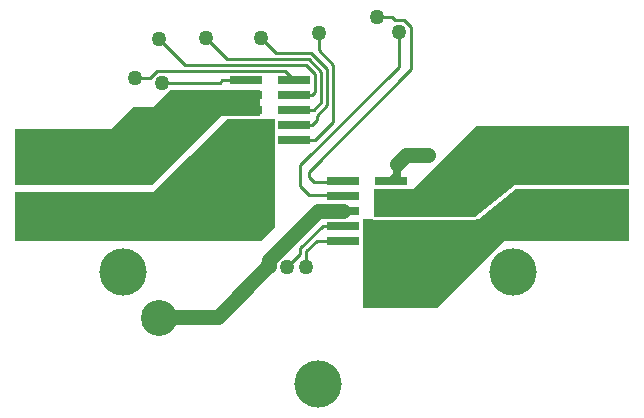
<source format=gtl>
G04*
G04 #@! TF.GenerationSoftware,Altium Limited,Altium Designer,18.1.11 (251)*
G04*
G04 Layer_Physical_Order=1*
G04 Layer_Color=255*
%FSLAX25Y25*%
%MOIN*%
G70*
G01*
G75*
%ADD10C,0.01000*%
%ADD11R,0.10984X0.02913*%
%ADD12C,0.12000*%
%ADD17C,0.05000*%
%ADD18C,0.02500*%
%ADD19C,0.05000*%
%ADD20C,0.15748*%
G36*
X-19400Y14520D02*
X-30000D01*
X-30099Y14500D01*
X-32500D01*
X-55500Y-8500D01*
X-101000D01*
Y10000D01*
X-69000D01*
X-61500Y17500D01*
X-55000D01*
X-49500Y23000D01*
X-19400D01*
Y14520D01*
D02*
G37*
G36*
X-14504Y9362D02*
X-14504Y8949D01*
X-14504Y8949D01*
Y8862D01*
X-14504D01*
X-14504Y8449D01*
Y3949D01*
X-14500D01*
Y-22500D01*
X-19094Y-27100D01*
X-101000D01*
Y-11000D01*
X-55000D01*
X-30000Y13500D01*
X-14504D01*
Y9362D01*
D02*
G37*
G36*
X103500Y-8500D02*
X65500D01*
X52353Y-19047D01*
X18500D01*
Y-10000D01*
X31500D01*
X52500Y11000D01*
X103500D01*
Y-8500D01*
D02*
G37*
G36*
Y-27095D02*
X61905Y-27095D01*
X39500Y-49500D01*
X15000D01*
Y-20000D01*
X18164D01*
X18500Y-20067D01*
X52353D01*
X52494Y-20039D01*
X52638Y-20026D01*
X52688Y-20000D01*
X52689Y-20000D01*
X53500D01*
X65722Y-10000D01*
X103500D01*
Y-27095D01*
D02*
G37*
D10*
X-3000Y-4048D02*
X31048Y30000D01*
X-6000Y-2000D02*
X26891Y30891D01*
X-8012Y6406D02*
X-1189D01*
X5000Y12595D01*
Y31500D01*
X157Y36343D02*
X5000Y31500D01*
X157Y36343D02*
Y42000D01*
X-8012Y11406D02*
X-2189D01*
X-594Y13000D01*
Y14577D01*
X3000Y18172D01*
Y30120D01*
X-2380Y35500D02*
X3000Y30120D01*
X-14000Y35500D02*
X-2380D01*
X-19000Y40500D02*
X-14000Y35500D01*
X-8012Y16406D02*
X-1595D01*
X1000Y19000D01*
Y29292D01*
X-3208Y33500D02*
X1000Y29292D01*
X-30500Y33500D02*
X-3208D01*
X-37500Y40500D02*
X-30500Y33500D01*
X-1000Y22500D02*
Y28000D01*
X-1020Y28020D02*
X-1000Y28000D01*
X-1020Y28020D02*
Y28483D01*
X-2000Y21500D02*
X-1000Y22500D01*
X-2000Y21406D02*
Y21500D01*
X-8012Y21406D02*
X-2000D01*
X-4036Y31500D02*
X-1020Y28483D01*
X-44500Y31500D02*
X-4036D01*
X-53000Y40000D02*
X-44500Y31500D01*
X-11106Y29500D02*
X-8012Y26406D01*
X-53657Y29500D02*
X-11106D01*
X-56157Y27000D02*
X-53657Y29500D01*
X-61000Y27000D02*
X-56157D01*
X-32000Y26406D02*
X-24012D01*
X-32906Y25500D02*
X-32000Y26406D01*
X-52000Y25500D02*
X-32906D01*
X-53000Y-53000D02*
X-52500Y-52500D01*
X19500Y47500D02*
X24500D01*
X25500Y46500D01*
X28548D01*
X7907Y-7500D02*
X8312Y-7095D01*
X-1500Y-7500D02*
X7907D01*
X-3000Y-6000D02*
X-1500Y-7500D01*
X-3000Y-6000D02*
Y-4048D01*
X31048Y30000D02*
Y44000D01*
X8218Y-12000D02*
X8312Y-12094D01*
X-3000Y-12000D02*
X8218D01*
X-6000Y-9000D02*
X-3000Y-12000D01*
X-6000Y-9000D02*
Y-2000D01*
X26891Y30891D02*
Y42500D01*
X28548Y46500D02*
X31048Y44000D01*
X19500Y47500D02*
X20500Y46500D01*
X1577Y-22095D02*
X8312D01*
X-6000Y-29672D02*
X1577Y-22095D01*
X-6000Y-31500D02*
Y-29672D01*
X-10500Y-36000D02*
X-6000Y-31500D01*
X-594Y-27095D02*
X8312D01*
X-4000Y-30500D02*
X-594Y-27095D01*
X-4000Y-36000D02*
Y-30500D01*
X-19400Y40900D02*
X-19000Y40500D01*
X-52000Y24500D02*
Y25500D01*
D11*
X-24012Y6406D02*
D03*
X-8012D02*
D03*
X-24012Y11406D02*
D03*
X-8012D02*
D03*
X-24012Y16406D02*
D03*
X-8012D02*
D03*
X-24012Y21406D02*
D03*
X-8012D02*
D03*
X-24012Y26406D02*
D03*
X-8012D02*
D03*
X8312Y-27095D02*
D03*
X24312D02*
D03*
X8312Y-22095D02*
D03*
X24312D02*
D03*
X8312Y-17095D02*
D03*
X24312D02*
D03*
X8312Y-12094D02*
D03*
X24312D02*
D03*
X8312Y-7095D02*
D03*
X24312D02*
D03*
D12*
X-53000Y-53000D02*
D03*
D17*
X-52500Y-52500D02*
X-33500D01*
X-17000Y-36000D01*
X26077Y-1500D02*
X29077Y1500D01*
X36500D01*
X-80Y-17095D02*
X8312D01*
X-16500Y-33515D02*
X-80Y-17095D01*
X-16500Y-35500D02*
Y-33515D01*
X-17000Y-36000D02*
X-16500Y-35500D01*
D18*
X26077Y-5329D02*
Y-1500D01*
X24312Y-7095D02*
X26077Y-5329D01*
D19*
X19500Y47500D02*
D03*
X36500Y1500D02*
D03*
X57500Y-4000D02*
D03*
X49000D02*
D03*
Y3000D02*
D03*
X26891Y42500D02*
D03*
X157Y42000D02*
D03*
X-19000Y40500D02*
D03*
X-37500D02*
D03*
X-53000Y40000D02*
D03*
X-61000Y27000D02*
D03*
X-52000Y25500D02*
D03*
X99500Y7000D02*
D03*
Y1000D02*
D03*
X85500Y7000D02*
D03*
X92500Y1000D02*
D03*
X85500D02*
D03*
X92500Y7000D02*
D03*
X85000Y-14000D02*
D03*
Y-20000D02*
D03*
X99500Y-14000D02*
D03*
X92500Y-20000D02*
D03*
X99500D02*
D03*
X92500Y-14000D02*
D03*
X49500Y-26500D02*
D03*
X42500Y-32500D02*
D03*
X49500D02*
D03*
X42500Y-26500D02*
D03*
X57500Y3000D02*
D03*
X50000Y-15400D02*
D03*
X41500Y-15492D02*
D03*
X29000Y-38500D02*
D03*
X36000Y-44500D02*
D03*
X29000D02*
D03*
X36000Y-38500D02*
D03*
X-96500Y-22500D02*
D03*
Y-15500D02*
D03*
X-51500Y-22302D02*
D03*
X-51265Y-15000D02*
D03*
X-37500D02*
D03*
Y-22302D02*
D03*
X-27000Y-22092D02*
D03*
X-18500Y-22000D02*
D03*
Y-15000D02*
D03*
X-27000D02*
D03*
X-44500D02*
D03*
Y-22302D02*
D03*
X-96500Y-4500D02*
D03*
Y5500D02*
D03*
X-57000Y3000D02*
D03*
X-49500Y3500D02*
D03*
X-49500Y12000D02*
D03*
X-41500D02*
D03*
X-45500Y19400D02*
D03*
X-37500D02*
D03*
X-4000Y-36000D02*
D03*
X-10500D02*
D03*
X-17000D02*
D03*
D20*
X-64950Y-37500D02*
D03*
X65000D02*
D03*
X0Y-75000D02*
D03*
M02*

</source>
